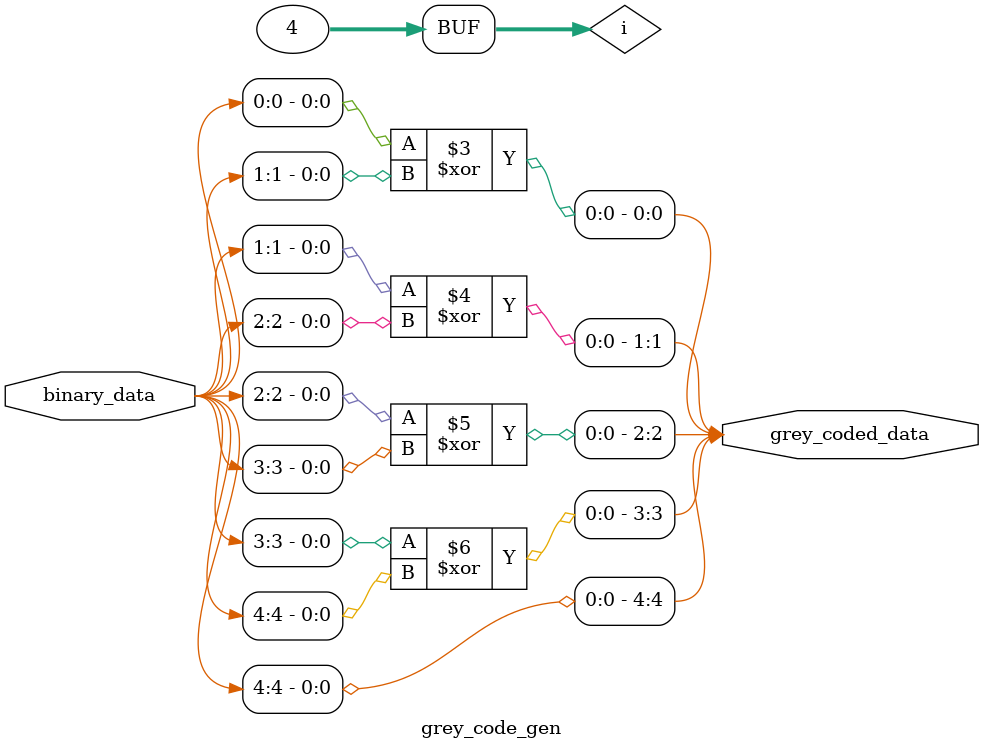
<source format=v>
module grey_code_gen  #(parameter addr_width =4)(
    input       [addr_width:0]binary_data,
    output reg  [addr_width:0]grey_coded_data
);

integer i;
always @(*) begin
    for (i=0 ; i!=(addr_width) ; i=i+1 ) begin
        grey_coded_data[i]= binary_data[i] ^ binary_data[i+1];
    end
        grey_coded_data[addr_width] = binary_data[addr_width];
end



endmodule

</source>
